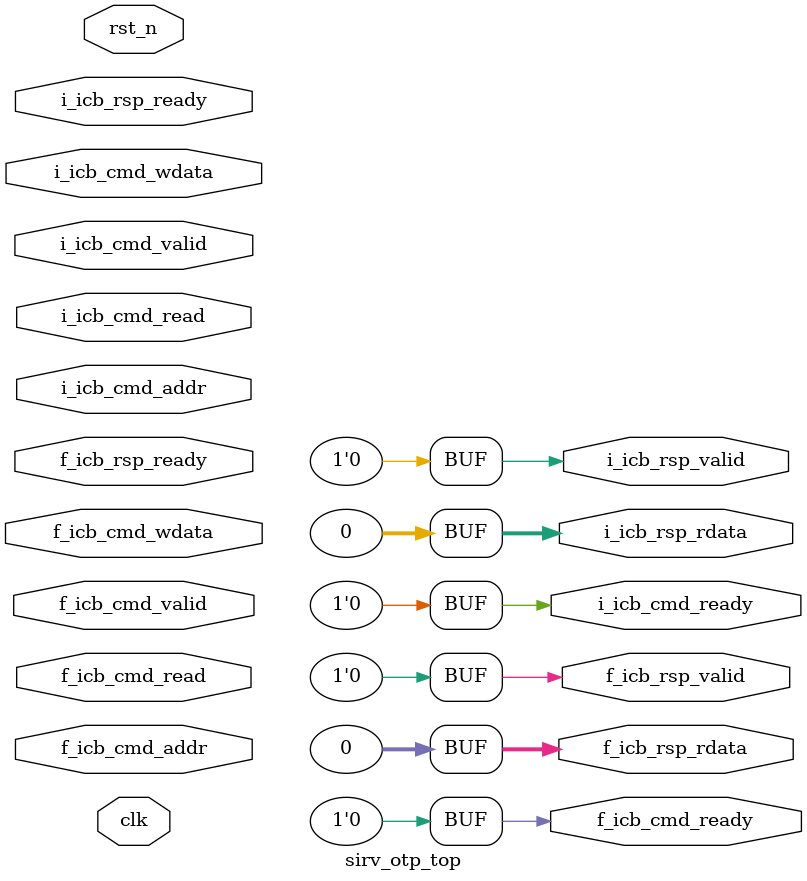
<source format=v>
 /*                                                                      
 Copyright 2017 Silicon Integrated Microelectronics, Inc.                
                                                                         
 Licensed under the Apache License, Version 2.0 (the "License");         
 you may not use this file except in compliance with the License.        
 You may obtain a copy of the License at                                 
                                                                         
     http://www.apache.org/licenses/LICENSE-2.0                          
                                                                         
  Unless required by applicable law or agreed to in writing, software    
 distributed under the License is distributed on an "AS IS" BASIS,       
 WITHOUT WARRANTIES OR CONDITIONS OF ANY KIND, either express or implied.
 See the License for the specific language governing permissions and     
 limitations under the License.                                          
 */                                                                      
                                                                         
                                                                         
                                                                         
//=====================================================================
//--        _______   ___
//--       (   ____/ /__/
//--        \ \     __
//--     ____\ \   / /
//--    /_______\ /_/   MICROELECTRONICS
//--
//=====================================================================
//
// Designer   : Bob Hu
//
// Description:
//  The top level module of otp
//
// ====================================================================

module sirv_otp_top(
  input   clk,
  input   rst_n,

  input                      i_icb_cmd_valid,
  output                     i_icb_cmd_ready,
  input  [32-1:0]            i_icb_cmd_addr, 
  input                      i_icb_cmd_read, 
  input  [32-1:0]            i_icb_cmd_wdata,
  
  output                     i_icb_rsp_valid,
  input                      i_icb_rsp_ready,
  output [32-1:0]            i_icb_rsp_rdata,

  input                      f_icb_cmd_valid,
  output                     f_icb_cmd_ready,
  input  [32-1:0]            f_icb_cmd_addr, 
  input                      f_icb_cmd_read, 
  input  [32-1:0]            f_icb_cmd_wdata,
  
  output                     f_icb_rsp_valid,
  input                      f_icb_rsp_ready,
  output [32-1:0]            f_icb_rsp_rdata 
);

  assign i_icb_cmd_ready = 1'b0;
  
  assign i_icb_rsp_valid = 1'b0;
  assign i_icb_rsp_rdata = 32'b0;

  assign f_icb_cmd_ready = 1'b0;
  
  assign f_icb_rsp_valid = 1'b0;
  assign f_icb_rsp_rdata = 32'b0; 

    // In FPGA platform this module is just an empty wrapper

endmodule

</source>
